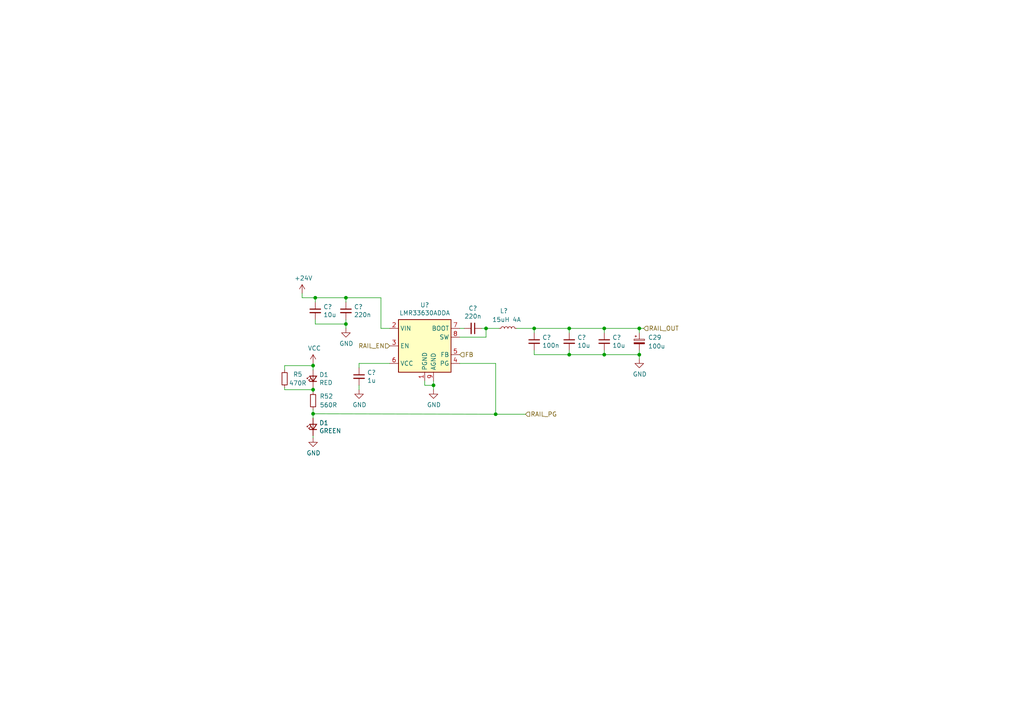
<source format=kicad_sch>
(kicad_sch (version 20230121) (generator eeschema)
  (paper "A4")
  (title_block (title "Pip Control Board") (date "2024-02-18") (rev "v3") (company "Max Hunter"))
  (lib_symbols
    (symbol "+24V_4" (power) (pin_names (offset 0))
      (property "Value" "+24V_4" (at 0 3.556 0))
      (symbol "+24V_4_0_1"
        (polyline (pts (xy -0.762 1.27) (xy 0 2.54)))
        (polyline (pts (xy 0 0) (xy 0 2.54)))
        (polyline (pts (xy 0 2.54) (xy 0.762 1.27)))
      )
      (symbol "+24V_4_1_1"
        (pin power_in line (at 0 0 90) (length 0) hide (name "+24V") (number "1"))
      )
    )
    (symbol "Device:C_Polarized_Small" (pin_numbers hide) (pin_names (offset 0.254) hide)
      (property "Reference" "C" (at 0.254 1.778 0))
      (property "Value" "C_Polarized_Small" (at 0.254 -2.032 0))
      (symbol "C_Polarized_Small_0_1"
        (rectangle (start -1.524 -0.3048) (end 1.524 -0.6858) (fill (type outline)))
        (rectangle (start -1.524 0.6858) (end 1.524 0.3048))
        (polyline (pts (xy -1.27 1.524) (xy -0.762 1.524)))
        (polyline (pts (xy -1.016 1.27) (xy -1.016 1.778)))
      )
      (symbol "C_Polarized_Small_1_1"
        (pin passive line (at 0 2.54 270) (length 1.8542) (name "~") (number "1"))
        (pin passive line (at 0 -2.54 90) (length 1.8542) (name "~") (number "2"))
      )
    )
    (symbol "Device:C_Small" (pin_numbers hide) (pin_names (offset 0.254) hide)
      (property "Reference" "C" (at 0.254 1.778 0))
      (property "Value" "C_Small" (at 0.254 -2.032 0))
      (symbol "C_Small_0_1"
        (polyline (pts (xy -1.524 -0.508) (xy 1.524 -0.508)) (stroke (width 0.3302)))
        (polyline (pts (xy -1.524 0.508) (xy 1.524 0.508)) (stroke (width 0.3048)))
      )
      (symbol "C_Small_1_1"
        (pin passive line (at 0 2.54 270) (length 2.032) (name "~") (number "1"))
        (pin passive line (at 0 -2.54 90) (length 2.032) (name "~") (number "2"))
      )
    )
    (symbol "Device:LED_Small" (pin_numbers hide) (pin_names (offset 0.254) hide)
      (property "Reference" "D" (at -1.27 3.175 0))
      (property "Value" "LED_Small" (at -4.445 -2.54 0))
      (symbol "LED_Small_0_1"
        (polyline (pts (xy -0.762 -1.016) (xy -0.762 1.016)) (stroke (width 0.254)))
        (polyline (pts (xy 1.016 0) (xy -0.762 0)))
        (polyline (pts (xy 0.762 -1.016) (xy -0.762 0) (xy 0.762 1.016) (xy 0.762 -1.016)) (stroke (width 0.254)))
        (polyline (pts (xy 0 0.762) (xy -0.508 1.27) (xy -0.254 1.27) (xy -0.508 1.27) (xy -0.508 1.016)))
        (polyline (pts (xy 0.508 1.27) (xy 0 1.778) (xy 0.254 1.778) (xy 0 1.778) (xy 0 1.524)))
      )
      (symbol "LED_Small_1_1"
        (pin passive line (at -2.54 0 0) (length 1.778) (name "K") (number "1"))
        (pin passive line (at 2.54 0 180) (length 1.778) (name "A") (number "2"))
      )
    )
    (symbol "Device:L_Small" (pin_numbers hide) (pin_names (offset 0.254) hide)
      (property "Reference" "L" (at 0.762 1.016 0))
      (property "Value" "L_Small" (at 0.762 -1.016 0))
      (symbol "L_Small_0_1"
        (arc (start 0 -2.032) (mid 0.5058 -1.524) (end 0 -1.016))
        (arc (start 0 -1.016) (mid 0.5058 -0.508) (end 0 0))
        (arc (start 0 0) (mid 0.5058 0.508) (end 0 1.016))
        (arc (start 0 1.016) (mid 0.5058 1.524) (end 0 2.032))
      )
      (symbol "L_Small_1_1"
        (pin passive line (at 0 2.54 270) (length 0.508) (name "~") (number "1"))
        (pin passive line (at 0 -2.54 90) (length 0.508) (name "~") (number "2"))
      )
    )
    (symbol "Device:R_Small" (pin_numbers hide) (pin_names (offset 0.254) hide)
      (property "Reference" "R" (at 0.762 0.508 0))
      (property "Value" "R_Small" (at 0.762 -1.016 0))
      (symbol "R_Small_0_1"
        (rectangle (start -0.762 1.778) (end 0.762 -1.778) (stroke (width 0.2032)))
      )
      (symbol "R_Small_1_1"
        (pin passive line (at 0 2.54 270) (length 0.762) (name "~") (number "1"))
        (pin passive line (at 0 -2.54 90) (length 0.762) (name "~") (number "2"))
      )
    )
    (symbol "GND_13" (power) (pin_names (offset 0))
      (property "Value" "GND_13" (at 0 -3.81 0))
      (symbol "GND_13_0_1"
        (polyline (pts (xy 0 0) (xy 0 -1.27) (xy 1.27 -1.27) (xy 0 -2.54) (xy -1.27 -1.27) (xy 0 -1.27)))
      )
      (symbol "GND_13_1_1"
        (pin power_in line (at 0 0 270) (length 0) hide (name "GND") (number "1"))
      )
    )
    (symbol "GND_16" (power) (pin_names (offset 0))
      (property "Value" "GND_16" (at 0 -3.81 0))
      (symbol "GND_16_0_1"
        (polyline (pts (xy 0 0) (xy 0 -1.27) (xy 1.27 -1.27) (xy 0 -2.54) (xy -1.27 -1.27) (xy 0 -1.27)))
      )
      (symbol "GND_16_1_1"
        (pin power_in line (at 0 0 270) (length 0) hide (name "GND") (number "1"))
      )
    )
    (symbol "GND_17" (power) (pin_names (offset 0))
      (property "Value" "GND_17" (at 0 -3.81 0))
      (symbol "GND_17_0_1"
        (polyline (pts (xy 0 0) (xy 0 -1.27) (xy 1.27 -1.27) (xy 0 -2.54) (xy -1.27 -1.27) (xy 0 -1.27)))
      )
      (symbol "GND_17_1_1"
        (pin power_in line (at 0 0 270) (length 0) hide (name "GND") (number "1"))
      )
    )
    (symbol "GND_19" (power) (pin_names (offset 0))
      (property "Value" "GND_19" (at 0 -3.81 0))
      (symbol "GND_19_0_1"
        (polyline (pts (xy 0 0) (xy 0 -1.27) (xy 1.27 -1.27) (xy 0 -2.54) (xy -1.27 -1.27) (xy 0 -1.27)))
      )
      (symbol "GND_19_1_1"
        (pin power_in line (at 0 0 270) (length 0) hide (name "GND") (number "1"))
      )
    )
    (symbol "Regulator_Switching:LMR33630ADDA"
      (property "Reference" "U" (at 0 11.43 0))
      (property "Value" "LMR33630ADDA" (at 0 8.89 0))
      (symbol "LMR33630ADDA_0_1"
        (rectangle (start -7.62 7.62) (end 7.62 -7.62) (stroke (width 0.254)) (fill (type background)))
      )
      (symbol "LMR33630ADDA_1_1"
        (pin power_in line (at 0 -10.16 90) (length 2.54) (name "PGND") (number "1"))
        (pin power_in line (at -10.16 5.08 0) (length 2.54) (name "VIN") (number "2"))
        (pin input line (at -10.16 0 0) (length 2.54) (name "EN") (number "3"))
        (pin open_collector line (at 10.16 -5.08 180) (length 2.54) (name "PG") (number "4"))
        (pin input line (at 10.16 -2.54 180) (length 2.54) (name "FB") (number "5"))
        (pin power_out line (at -10.16 -5.08 0) (length 2.54) (name "VCC") (number "6"))
        (pin input line (at 10.16 5.08 180) (length 2.54) (name "BOOT") (number "7"))
        (pin output line (at 10.16 2.54 180) (length 2.54) (name "SW") (number "8"))
        (pin power_in line (at 2.54 -10.16 90) (length 2.54) (name "AGND") (number "9"))
      )
    )
    (symbol "power:VCC" (power) (pin_names (offset 0))
      (property "Value" "VCC" (at 0 3.81 0))
      (symbol "VCC_0_1"
        (polyline (pts (xy -0.762 1.27) (xy 0 2.54)))
        (polyline (pts (xy 0 0) (xy 0 2.54)))
        (polyline (pts (xy 0 2.54) (xy 0.762 1.27)))
      )
      (symbol "VCC_1_1"
        (pin power_in line (at 0 0 90) (length 0) hide (name "VCC") (number "1"))
      )
    )
  )
  (junction (at 90.805 113.03))
  (junction (at 185.42 95.25))
  (junction (at 165.1 95.25))
  (junction (at 91.44 86.36))
  (junction (at 185.42 102.87))
  (junction (at 100.33 86.36))
  (junction (at 100.33 93.98))
  (junction (at 125.73 111.76))
  (junction (at 90.805 106.045))
  (junction (at 154.94 95.25))
  (junction (at 143.764 120.142))
  (junction (at 175.26 102.87))
  (junction (at 165.1 102.87))
  (junction (at 90.805 120.015))
  (junction (at 175.26 95.25))
  (junction (at 140.97 95.25))
  (wire (pts (xy 125.73 111.76) (xy 125.73 113.03)))
  (wire (pts (xy 154.94 95.25) (xy 165.1 95.25)))
  (wire (pts (xy 134.62 95.25) (xy 133.35 95.25)))
  (wire (pts (xy 143.764 120.142) (xy 143.764 105.41)))
  (wire (pts (xy 186.69 95.25) (xy 185.42 95.25)))
  (wire (pts (xy 110.49 95.25) (xy 110.49 86.36)))
  (wire (pts (xy 125.73 110.49) (xy 125.73 111.76)))
  (wire (pts (xy 82.55 106.045) (xy 90.805 106.045)))
  (wire (pts (xy 185.42 95.25) (xy 185.42 96.52)))
  (wire (pts (xy 185.42 102.87) (xy 185.42 101.6)))
  (wire (pts (xy 90.805 120.015) (xy 143.764 120.142)))
  (wire (pts (xy 140.97 97.79) (xy 140.97 95.25)))
  (wire (pts (xy 90.805 121.285) (xy 90.805 120.015)))
  (wire (pts (xy 90.805 113.665) (xy 90.805 113.03)))
  (wire (pts (xy 110.49 86.36) (xy 100.33 86.36)))
  (wire (pts (xy 100.33 93.98) (xy 100.33 95.25)))
  (wire (pts (xy 87.63 86.36) (xy 91.44 86.36)))
  (wire (pts (xy 140.97 95.25) (xy 139.7 95.25)))
  (wire (pts (xy 90.805 105.41) (xy 90.805 106.045)))
  (wire (pts (xy 90.805 113.03) (xy 90.805 112.395)))
  (wire (pts (xy 165.1 95.25) (xy 175.26 95.25)))
  (wire (pts (xy 143.764 120.142) (xy 152.4 120.142)))
  (wire (pts (xy 90.805 118.745) (xy 90.805 120.015)))
  (wire (pts (xy 100.33 86.36) (xy 100.33 87.63)))
  (wire (pts (xy 90.805 106.045) (xy 90.805 107.315)))
  (wire (pts (xy 123.19 111.76) (xy 123.19 110.49)))
  (wire (pts (xy 175.26 101.6) (xy 175.26 102.87)))
  (wire (pts (xy 82.55 107.315) (xy 82.55 106.045)))
  (wire (pts (xy 175.26 95.25) (xy 185.42 95.25)))
  (wire (pts (xy 91.44 87.63) (xy 91.44 86.36)))
  (wire (pts (xy 154.94 102.87) (xy 165.1 102.87)))
  (wire (pts (xy 165.1 102.87) (xy 175.26 102.87)))
  (wire (pts (xy 100.33 92.71) (xy 100.33 93.98)))
  (wire (pts (xy 87.63 85.09) (xy 87.63 86.36)))
  (wire (pts (xy 133.35 97.79) (xy 140.97 97.79)))
  (wire (pts (xy 104.14 106.68) (xy 104.14 105.41)))
  (wire (pts (xy 104.14 113.03) (xy 104.14 111.76)))
  (wire (pts (xy 104.14 105.41) (xy 113.03 105.41)))
  (wire (pts (xy 165.1 101.6) (xy 165.1 102.87)))
  (wire (pts (xy 125.73 111.76) (xy 123.19 111.76)))
  (wire (pts (xy 82.55 113.03) (xy 90.805 113.03)))
  (wire (pts (xy 175.26 96.52) (xy 175.26 95.25)))
  (wire (pts (xy 149.86 95.25) (xy 154.94 95.25)))
  (wire (pts (xy 91.44 92.71) (xy 91.44 93.98)))
  (wire (pts (xy 144.78 95.25) (xy 140.97 95.25)))
  (wire (pts (xy 133.35 105.41) (xy 143.764 105.41)))
  (wire (pts (xy 91.44 86.36) (xy 100.33 86.36)))
  (wire (pts (xy 113.03 95.25) (xy 110.49 95.25)))
  (wire (pts (xy 90.805 126.365) (xy 90.805 127)))
  (wire (pts (xy 165.1 96.52) (xy 165.1 95.25)))
  (wire (pts (xy 82.55 112.395) (xy 82.55 113.03)))
  (wire (pts (xy 154.94 96.52) (xy 154.94 95.25)))
  (wire (pts (xy 175.26 102.87) (xy 185.42 102.87)))
  (wire (pts (xy 91.44 93.98) (xy 100.33 93.98)))
  (wire (pts (xy 185.42 102.87) (xy 185.42 104.14)))
  (wire (pts (xy 154.94 101.6) (xy 154.94 102.87)))
  (hierarchical_label "RAIL_EN" (shape input) (at 113.03 100.33 180))
  (hierarchical_label "FB" (shape input) (at 133.35 102.87 0))
  (hierarchical_label "RAIL_OUT" (shape input) (at 186.69 95.25 0))
  (hierarchical_label "RAIL_PG" (shape input) (at 152.4 120.142 0))
  (symbol (lib_id "Device:C_Small") (at 91.44 90.17 0) (unit 1)
    (property "Reference" "C?" (at 93.7768 89.0016 0) (effects (justify left)))
    (property "Value" "10u" (at 93.7768 91.313 0) (effects (justify left)))
    (property "Footprint" "Capacitor_SMD:C_1206_3216Metric" (effects hide))
    (property "LCSC Part #" "C13585" (effects hide))
    (instances (project "pipcb" (path "" (reference "C?") (unit 1)) (path "" (reference "C15") (unit 1)) (path "" (reference "C71") (unit 1)) (path "" (reference "C23") (unit 1)) (path "" (reference "C31") (unit 1)) (path "" (reference "C39") (unit 1)) (path "" (reference "C47") (unit 1)) (path "" (reference "C55") (unit 1)) (path "" (reference "C63") (unit 1))) (project "power" (path "" (reference "C?") (unit 1))))
  )
  (symbol (lib_id "Device:R_Small") (at 90.805 116.205 0) (unit 1)
    (property "Reference" "R52" (at 92.71 114.935 0) (effects (justify left)))
    (property "Value" "560R" (at 92.71 117.475 0) (effects (justify left)))
    (property "Footprint" "Resistor_SMD:R_0805_2012Metric" (effects hide))
    (property "LCSC Part #" "C28636" (effects hide))
    (instances (project "pipcb" (path "" (reference "R52") (unit 1)) (path "" (reference "R48") (unit 1)) (path "" (reference "R50") (unit 1)) (path "" (reference "R54") (unit 1)) (path "" (reference "R56") (unit 1)) (path "" (reference "R58") (unit 1)) (path "" (reference "R60") (unit 1)) (path "" (reference "R62") (unit 1))))
  )
  (symbol (lib_id "power:VCC") (at 90.805 105.41 0) (unit 1)
    (property "Reference" "#PWR061" (effects hide))
    (property "Value" "VCC" (at 91.186 101.0158 0))
    (instances (project "pipcb" (path "" (reference "#PWR061") (unit 1)) (path "" (reference "#PWR083") (unit 1)) (path "" (reference "#PWR091") (unit 1)) (path "" (reference "#PWR099") (unit 1)) (path "" (reference "#PWR0107") (unit 1)) (path "" (reference "#PWR0115") (unit 1)) (path "" (reference "#PWR0123") (unit 1)) (path "" (reference "#PWR0131") (unit 1)) (path "" (reference "#PWR0139") (unit 1))))
  )
  (symbol (lib_name "+24V_4") (lib_id "power:+24V") (at 87.63 85.09 0) (unit 1)
    (property "Reference" "#PWR?" (effects hide))
    (property "Value" "+24V" (at 88.011 80.6958 0))
    (instances (project "pipcb" (path "" (reference "#PWR?") (unit 1)) (path "" (reference "#PWR080") (unit 1)) (path "" (reference "#PWR0136") (unit 1)) (path "" (reference "#PWR088") (unit 1)) (path "" (reference "#PWR096") (unit 1)) (path "" (reference "#PWR0104") (unit 1)) (path "" (reference "#PWR0112") (unit 1)) (path "" (reference "#PWR0120") (unit 1)) (path "" (reference "#PWR0128") (unit 1))) (project "power" (path "" (reference "#PWR?") (unit 1))))
  )
  (symbol (lib_id "Device:C_Small") (at 100.33 90.17 0) (unit 1)
    (property "Reference" "C?" (at 102.6668 89.0016 0) (effects (justify left)))
    (property "Value" "220n" (at 102.6668 91.313 0) (effects (justify left)))
    (property "Footprint" "Capacitor_SMD:C_0805_2012Metric" (effects hide))
    (property "LCSC Part #" "C5378" (effects hide))
    (instances (project "pipcb" (path "" (reference "C?") (unit 1)) (path "" (reference "C16") (unit 1)) (path "" (reference "C72") (unit 1)) (path "" (reference "C24") (unit 1)) (path "" (reference "C32") (unit 1)) (path "" (reference "C40") (unit 1)) (path "" (reference "C48") (unit 1)) (path "" (reference "C56") (unit 1)) (path "" (reference "C64") (unit 1))) (project "power" (path "" (reference "C?") (unit 1))))
  )
  (symbol (lib_name "GND_19") (lib_id "power:GND") (at 125.73 113.03 0) (unit 1)
    (property "Reference" "#PWR?" (effects hide))
    (property "Value" "GND" (at 125.857 117.4242 0))
    (instances (project "pipcb" (path "" (reference "#PWR?") (unit 1)) (path "" (reference "#PWR086") (unit 1)) (path "" (reference "#PWR0142") (unit 1)) (path "" (reference "#PWR094") (unit 1)) (path "" (reference "#PWR0102") (unit 1)) (path "" (reference "#PWR0110") (unit 1)) (path "" (reference "#PWR0118") (unit 1)) (path "" (reference "#PWR0126") (unit 1)) (path "" (reference "#PWR0134") (unit 1))) (project "power" (path "" (reference "#PWR?") (unit 1))))
  )
  (symbol (lib_id "Device:C_Small") (at 137.16 95.25 270) (unit 1)
    (property "Reference" "C?" (at 137.16 89.4334 90))
    (property "Value" "220n" (at 137.16 91.7448 90))
    (property "Footprint" "Capacitor_SMD:C_0805_2012Metric" (effects hide))
    (property "LCSC Part #" "C5378" (effects hide))
    (instances (project "pipcb" (path "" (reference "C?") (unit 1)) (path "" (reference "C17") (unit 1)) (path "" (reference "C73") (unit 1)) (path "" (reference "C25") (unit 1)) (path "" (reference "C33") (unit 1)) (path "" (reference "C41") (unit 1)) (path "" (reference "C49") (unit 1)) (path "" (reference "C57") (unit 1)) (path "" (reference "C65") (unit 1))) (project "power" (path "" (reference "C?") (unit 1))))
  )
  (symbol (lib_id "Device:L_Small") (at 147.32 95.25 90) (unit 1)
    (property "Reference" "L?" (at 147.32 90.17 90) (effects (justify left)))
    (property "Value" "15uH 4A" (at 151.13 92.71 90) (effects (justify left)))
    (property "Footprint" "maxlibrary:L_Cenker_CKST0603" (effects hide))
    (property "LCSC Part #" "C3002650" (effects hide))
    (instances (project "pipcb" (path "" (reference "L?") (unit 1)) (path "" (reference "L1") (unit 1)) (path "" (reference "L8") (unit 1)) (path "" (reference "L2") (unit 1)) (path "" (reference "L3") (unit 1)) (path "" (reference "L4") (unit 1)) (path "" (reference "L5") (unit 1)) (path "" (reference "L6") (unit 1)) (path "" (reference "L7") (unit 1))) (project "power" (path "" (reference "L?") (unit 1))))
  )
  (symbol (lib_id "Regulator_Switching:LMR33630ADDA") (at 123.19 100.33 0) (unit 1)
    (property "Reference" "U?" (at 123.19 88.4682 0))
    (property "Value" "LMR33630ADDA" (at 123.19 90.7796 0))
    (property "Footprint" "Package_SO:Texas_HSOP-8-1EP_3.9x4.9mm_P1.27mm_ThermalVias" (effects hide))
    (property "Datasheet" "http://www.ti.com/lit/ds/symlink/lmr33630.pdf" (effects hide))
    (property "LCSC Part #" "C841384" (effects hide))
    (instances (project "pipcb" (path "" (reference "U?") (unit 1)) (path "" (reference "U11") (unit 1)) (path "" (reference "U18") (unit 1)) (path "" (reference "U12") (unit 1)) (path "" (reference "U13") (unit 1)) (path "" (reference "U14") (unit 1)) (path "" (reference "U15") (unit 1)) (path "" (reference "U16") (unit 1)) (path "" (reference "U17") (unit 1))) (project "power" (path "" (reference "U?") (unit 1))))
  )
  (symbol (lib_id "Device:C_Polarized_Small") (at 185.42 99.06 0) (unit 1)
    (property "Reference" "C29" (at 187.96 97.8789 0) (effects (justify left)))
    (property "Value" "100u" (at 187.96 100.4189 0) (effects (justify left)))
    (property "Footprint" "Capacitor_SMD:CP_Elec_10x10" (effects hide))
    (property "LCSC Part #" "C371283" (effects hide))
    (instances (project "pipcb" (path "" (reference "C29") (unit 1)) (path "" (reference "C21") (unit 1)) (path "" (reference "C37") (unit 1)) (path "" (reference "C45") (unit 1)) (path "" (reference "C53") (unit 1)) (path "" (reference "C61") (unit 1)) (path "" (reference "C69") (unit 1)) (path "" (reference "C77") (unit 1))))
  )
  (symbol (lib_name "GND_19") (lib_id "power:GND") (at 90.805 127 0) (unit 1)
    (property "Reference" "#PWR?" (effects hide))
    (property "Value" "GND" (at 90.932 131.3942 0))
    (instances (project "pipcb" (path "" (reference "#PWR?") (unit 1)) (path "" (reference "#PWR087") (unit 1)) (path "" (reference "#PWR0143") (unit 1)) (path "" (reference "#PWR095") (unit 1)) (path "" (reference "#PWR0103") (unit 1)) (path "" (reference "#PWR0111") (unit 1)) (path "" (reference "#PWR0119") (unit 1)) (path "" (reference "#PWR0127") (unit 1)) (path "" (reference "#PWR0135") (unit 1))) (project "power" (path "" (reference "#PWR?") (unit 1))))
  )
  (symbol (lib_id "Device:LED_Small") (at 90.805 123.825 90) (unit 1)
    (property "Reference" "D1" (at 92.583 122.6566 90) (effects (justify right)))
    (property "Value" "GREEN" (at 92.583 124.968 90) (effects (justify right)))
    (property "Footprint" "LED_SMD:LED_0805_2012Metric" (effects hide))
    (property "LCSC Part #" "C2297" (effects hide))
    (instances (project "pipcb" (path "" (reference "D1") (unit 1)) (path "" (reference "D8") (unit 1)) (path "" (reference "D10") (unit 1)) (path "" (reference "D12") (unit 1)) (path "" (reference "D14") (unit 1)) (path "" (reference "D16") (unit 1)) (path "" (reference "D18") (unit 1)) (path "" (reference "D20") (unit 1)) (path "" (reference "D22") (unit 1))))
  )
  (symbol (lib_name "GND_16") (lib_id "power:GND") (at 104.14 113.03 0) (unit 1)
    (property "Reference" "#PWR?" (effects hide))
    (property "Value" "GND" (at 104.267 117.4242 0))
    (instances (project "pipcb" (path "" (reference "#PWR?") (unit 1)) (path "" (reference "#PWR085") (unit 1)) (path "" (reference "#PWR0141") (unit 1)) (path "" (reference "#PWR093") (unit 1)) (path "" (reference "#PWR0101") (unit 1)) (path "" (reference "#PWR0109") (unit 1)) (path "" (reference "#PWR0117") (unit 1)) (path "" (reference "#PWR0125") (unit 1)) (path "" (reference "#PWR0133") (unit 1))) (project "power" (path "" (reference "#PWR?") (unit 1))))
  )
  (symbol (lib_id "Device:LED_Small") (at 90.805 109.855 90) (unit 1)
    (property "Reference" "D1" (at 92.583 108.6866 90) (effects (justify right)))
    (property "Value" "RED" (at 92.583 110.998 90) (effects (justify right)))
    (property "Footprint" "LED_SMD:LED_0805_2012Metric" (effects hide))
    (property "LCSC Part #" "C84256" (effects hide))
    (instances (project "pipcb" (path "" (reference "D1") (unit 1)) (path "" (reference "D7") (unit 1)) (path "" (reference "D9") (unit 1)) (path "" (reference "D11") (unit 1)) (path "" (reference "D13") (unit 1)) (path "" (reference "D15") (unit 1)) (path "" (reference "D17") (unit 1)) (path "" (reference "D19") (unit 1)) (path "" (reference "D21") (unit 1))))
  )
  (symbol (lib_id "Device:C_Small") (at 175.26 99.06 0) (unit 1)
    (property "Reference" "C?" (at 177.5968 97.8916 0) (effects (justify left)))
    (property "Value" "10u" (at 177.5968 100.203 0) (effects (justify left)))
    (property "Footprint" "Capacitor_SMD:C_1206_3216Metric" (effects hide))
    (property "LCSC Part #" "C13585" (effects hide))
    (instances (project "pipcb" (path "" (reference "C?") (unit 1)) (path "" (reference "C20") (unit 1)) (path "" (reference "C76") (unit 1)) (path "" (reference "C28") (unit 1)) (path "" (reference "C36") (unit 1)) (path "" (reference "C44") (unit 1)) (path "" (reference "C52") (unit 1)) (path "" (reference "C60") (unit 1)) (path "" (reference "C68") (unit 1))) (project "power" (path "" (reference "C?") (unit 1))))
  )
  (symbol (lib_name "GND_13") (lib_id "power:GND") (at 185.42 104.14 0) (unit 1)
    (property "Reference" "#PWR?" (effects hide))
    (property "Value" "GND" (at 185.547 108.5342 0))
    (instances (project "pipcb" (path "" (reference "#PWR?") (unit 1)) (path "" (reference "#PWR082") (unit 1)) (path "" (reference "#PWR0138") (unit 1)) (path "" (reference "#PWR090") (unit 1)) (path "" (reference "#PWR098") (unit 1)) (path "" (reference "#PWR0106") (unit 1)) (path "" (reference "#PWR0114") (unit 1)) (path "" (reference "#PWR0122") (unit 1)) (path "" (reference "#PWR0130") (unit 1))) (project "power" (path "" (reference "#PWR?") (unit 1))))
  )
  (symbol (lib_id "Device:C_Small") (at 154.94 99.06 0) (unit 1)
    (property "Reference" "C?" (at 157.2768 97.8916 0) (effects (justify left)))
    (property "Value" "100n" (at 157.2768 100.203 0) (effects (justify left)))
    (property "Footprint" "Capacitor_SMD:C_0805_2012Metric" (effects hide))
    (property "LCSC Part #" "C28233" (effects hide))
    (instances (project "pipcb" (path "" (reference "C?") (unit 1)) (path "" (reference "C18") (unit 1)) (path "" (reference "C74") (unit 1)) (path "" (reference "C26") (unit 1)) (path "" (reference "C34") (unit 1)) (path "" (reference "C42") (unit 1)) (path "" (reference "C50") (unit 1)) (path "" (reference "C58") (unit 1)) (path "" (reference "C66") (unit 1))) (project "power" (path "" (reference "C?") (unit 1))))
  )
  (symbol (lib_id "Device:R_Small") (at 82.55 109.855 180) (unit 1)
    (property "Reference" "R5" (at 86.36 108.585 0))
    (property "Value" "470R" (at 86.36 111.125 0))
    (property "Footprint" "Resistor_SMD:R_0805_2012Metric" (effects hide))
    (property "LCSC Part #" "C17710" (effects hide))
    (instances (project "pipcb" (path "" (reference "R5") (unit 1)) (path "" (reference "R47") (unit 1)) (path "" (reference "R49") (unit 1)) (path "" (reference "R51") (unit 1)) (path "" (reference "R53") (unit 1)) (path "" (reference "R55") (unit 1)) (path "" (reference "R57") (unit 1)) (path "" (reference "R59") (unit 1)) (path "" (reference "R61") (unit 1))))
  )
  (symbol (lib_id "Device:C_Small") (at 165.1 99.06 0) (unit 1)
    (property "Reference" "C?" (at 167.4368 97.8916 0) (effects (justify left)))
    (property "Value" "10u" (at 167.4368 100.203 0) (effects (justify left)))
    (property "Footprint" "Capacitor_SMD:C_1206_3216Metric" (effects hide))
    (property "LCSC Part #" "C13585" (effects hide))
    (instances (project "pipcb" (path "" (reference "C?") (unit 1)) (path "" (reference "C19") (unit 1)) (path "" (reference "C75") (unit 1)) (path "" (reference "C27") (unit 1)) (path "" (reference "C35") (unit 1)) (path "" (reference "C43") (unit 1)) (path "" (reference "C51") (unit 1)) (path "" (reference "C59") (unit 1)) (path "" (reference "C67") (unit 1))) (project "power" (path "" (reference "C?") (unit 1))))
  )
  (symbol (lib_id "Device:C_Small") (at 104.14 109.22 0) (unit 1)
    (property "Reference" "C?" (at 106.4768 108.0516 0) (effects (justify left)))
    (property "Value" "1u" (at 106.4768 110.363 0) (effects (justify left)))
    (property "Footprint" "Capacitor_SMD:C_0603_1608Metric" (effects hide))
    (property "LCSC Part #" "C15849" (effects hide))
    (instances (project "pipcb" (path "" (reference "C?") (unit 1)) (path "" (reference "C22") (unit 1)) (path "" (reference "C78") (unit 1)) (path "" (reference "C30") (unit 1)) (path "" (reference "C38") (unit 1)) (path "" (reference "C46") (unit 1)) (path "" (reference "C54") (unit 1)) (path "" (reference "C62") (unit 1)) (path "" (reference "C70") (unit 1))) (project "power" (path "" (reference "C?") (unit 1))))
  )
  (symbol (lib_name "GND_17") (lib_id "power:GND") (at 100.33 95.25 0) (unit 1)
    (property "Reference" "#PWR?" (effects hide))
    (property "Value" "GND" (at 100.457 99.6442 0))
    (instances (project "pipcb" (path "" (reference "#PWR?") (unit 1)) (path "" (reference "#PWR081") (unit 1)) (path "" (reference "#PWR0137") (unit 1)) (path "" (reference "#PWR089") (unit 1)) (path "" (reference "#PWR097") (unit 1)) (path "" (reference "#PWR0105") (unit 1)) (path "" (reference "#PWR0113") (unit 1)) (path "" (reference "#PWR0121") (unit 1)) (path "" (reference "#PWR0129") (unit 1))) (project "power" (path "" (reference "#PWR?") (unit 1))))
  )
)
</source>
